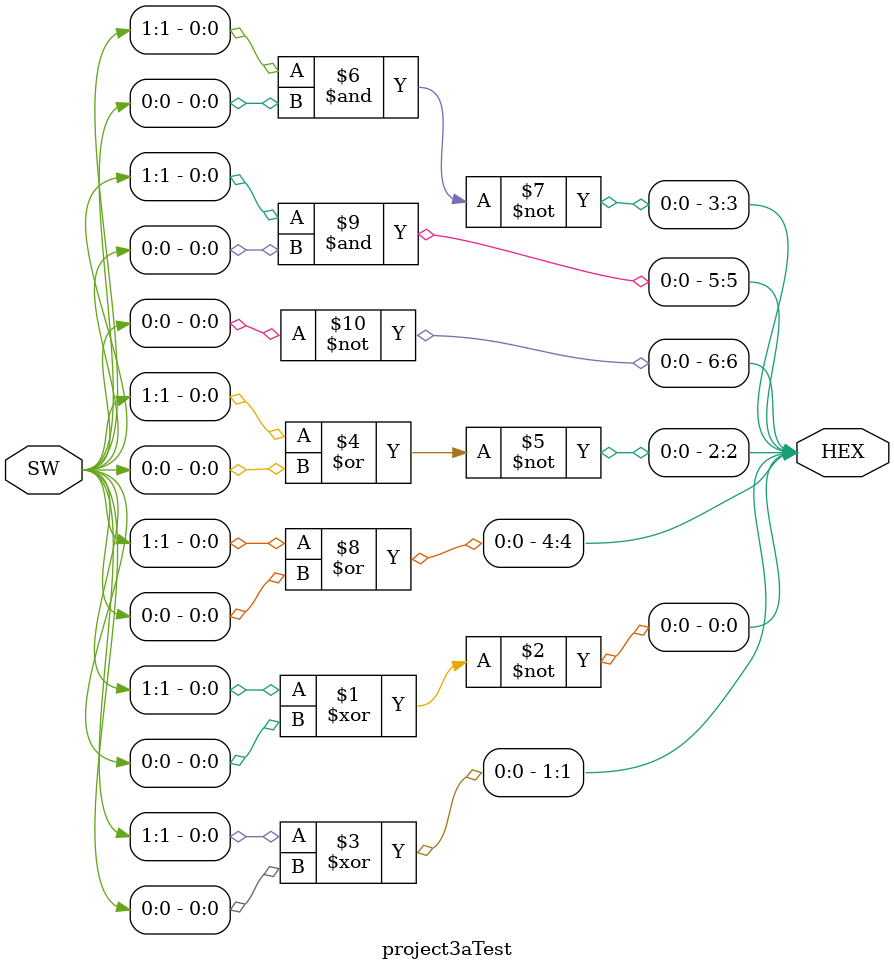
<source format=v>

module project3aTest(SW, HEX);
    input [1:0]  SW;
    output [6:0] HEX;

    assign HEX = {~SW[0], SW[1] & SW[0], SW[1] | SW[0], ~(SW[1] & SW[0]), ~(SW[1] | SW[0]), SW[1] ^ SW[0], ~(SW[1] ^ SW[0])};

endmodule

</source>
